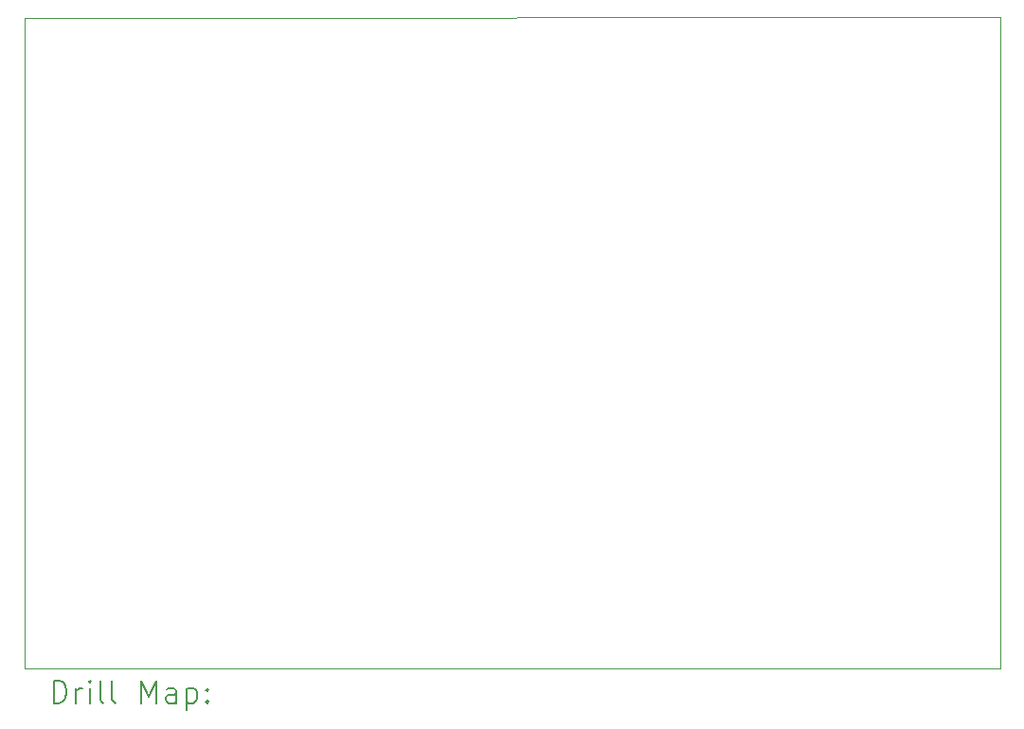
<source format=gbr>
%TF.GenerationSoftware,KiCad,Pcbnew,8.0.7*%
%TF.CreationDate,2024-12-10T16:25:16+05:30*%
%TF.ProjectId,FINAL PROJECT,46494e41-4c20-4505-924f-4a4543542e6b,rev?*%
%TF.SameCoordinates,Original*%
%TF.FileFunction,Drillmap*%
%TF.FilePolarity,Positive*%
%FSLAX45Y45*%
G04 Gerber Fmt 4.5, Leading zero omitted, Abs format (unit mm)*
G04 Created by KiCad (PCBNEW 8.0.7) date 2024-12-10 16:25:16*
%MOMM*%
%LPD*%
G01*
G04 APERTURE LIST*
%ADD10C,0.050000*%
%ADD11C,0.200000*%
G04 APERTURE END LIST*
D10*
X19715000Y-12799000D02*
X10999000Y-12799000D01*
X10999000Y-6988000D02*
X19715000Y-6980000D01*
X19715000Y-12799000D02*
X19715000Y-6980000D01*
X10999000Y-6988000D02*
X10999000Y-12799000D01*
D11*
X11257277Y-13112984D02*
X11257277Y-12912984D01*
X11257277Y-12912984D02*
X11304896Y-12912984D01*
X11304896Y-12912984D02*
X11333467Y-12922508D01*
X11333467Y-12922508D02*
X11352515Y-12941555D01*
X11352515Y-12941555D02*
X11362039Y-12960603D01*
X11362039Y-12960603D02*
X11371562Y-12998698D01*
X11371562Y-12998698D02*
X11371562Y-13027269D01*
X11371562Y-13027269D02*
X11362039Y-13065365D01*
X11362039Y-13065365D02*
X11352515Y-13084412D01*
X11352515Y-13084412D02*
X11333467Y-13103460D01*
X11333467Y-13103460D02*
X11304896Y-13112984D01*
X11304896Y-13112984D02*
X11257277Y-13112984D01*
X11457277Y-13112984D02*
X11457277Y-12979650D01*
X11457277Y-13017746D02*
X11466801Y-12998698D01*
X11466801Y-12998698D02*
X11476324Y-12989174D01*
X11476324Y-12989174D02*
X11495372Y-12979650D01*
X11495372Y-12979650D02*
X11514420Y-12979650D01*
X11581086Y-13112984D02*
X11581086Y-12979650D01*
X11581086Y-12912984D02*
X11571562Y-12922508D01*
X11571562Y-12922508D02*
X11581086Y-12932031D01*
X11581086Y-12932031D02*
X11590610Y-12922508D01*
X11590610Y-12922508D02*
X11581086Y-12912984D01*
X11581086Y-12912984D02*
X11581086Y-12932031D01*
X11704896Y-13112984D02*
X11685848Y-13103460D01*
X11685848Y-13103460D02*
X11676324Y-13084412D01*
X11676324Y-13084412D02*
X11676324Y-12912984D01*
X11809658Y-13112984D02*
X11790610Y-13103460D01*
X11790610Y-13103460D02*
X11781086Y-13084412D01*
X11781086Y-13084412D02*
X11781086Y-12912984D01*
X12038229Y-13112984D02*
X12038229Y-12912984D01*
X12038229Y-12912984D02*
X12104896Y-13055841D01*
X12104896Y-13055841D02*
X12171562Y-12912984D01*
X12171562Y-12912984D02*
X12171562Y-13112984D01*
X12352515Y-13112984D02*
X12352515Y-13008222D01*
X12352515Y-13008222D02*
X12342991Y-12989174D01*
X12342991Y-12989174D02*
X12323943Y-12979650D01*
X12323943Y-12979650D02*
X12285848Y-12979650D01*
X12285848Y-12979650D02*
X12266801Y-12989174D01*
X12352515Y-13103460D02*
X12333467Y-13112984D01*
X12333467Y-13112984D02*
X12285848Y-13112984D01*
X12285848Y-13112984D02*
X12266801Y-13103460D01*
X12266801Y-13103460D02*
X12257277Y-13084412D01*
X12257277Y-13084412D02*
X12257277Y-13065365D01*
X12257277Y-13065365D02*
X12266801Y-13046317D01*
X12266801Y-13046317D02*
X12285848Y-13036793D01*
X12285848Y-13036793D02*
X12333467Y-13036793D01*
X12333467Y-13036793D02*
X12352515Y-13027269D01*
X12447753Y-12979650D02*
X12447753Y-13179650D01*
X12447753Y-12989174D02*
X12466801Y-12979650D01*
X12466801Y-12979650D02*
X12504896Y-12979650D01*
X12504896Y-12979650D02*
X12523943Y-12989174D01*
X12523943Y-12989174D02*
X12533467Y-12998698D01*
X12533467Y-12998698D02*
X12542991Y-13017746D01*
X12542991Y-13017746D02*
X12542991Y-13074888D01*
X12542991Y-13074888D02*
X12533467Y-13093936D01*
X12533467Y-13093936D02*
X12523943Y-13103460D01*
X12523943Y-13103460D02*
X12504896Y-13112984D01*
X12504896Y-13112984D02*
X12466801Y-13112984D01*
X12466801Y-13112984D02*
X12447753Y-13103460D01*
X12628705Y-13093936D02*
X12638229Y-13103460D01*
X12638229Y-13103460D02*
X12628705Y-13112984D01*
X12628705Y-13112984D02*
X12619182Y-13103460D01*
X12619182Y-13103460D02*
X12628705Y-13093936D01*
X12628705Y-13093936D02*
X12628705Y-13112984D01*
X12628705Y-12989174D02*
X12638229Y-12998698D01*
X12638229Y-12998698D02*
X12628705Y-13008222D01*
X12628705Y-13008222D02*
X12619182Y-12998698D01*
X12619182Y-12998698D02*
X12628705Y-12989174D01*
X12628705Y-12989174D02*
X12628705Y-13008222D01*
M02*

</source>
